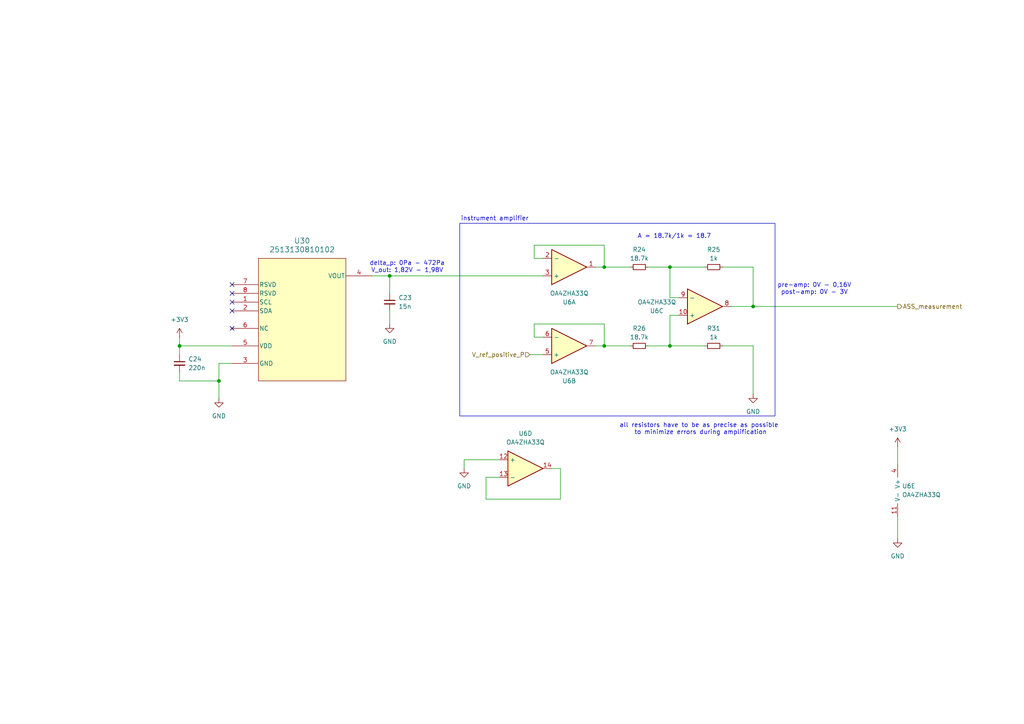
<source format=kicad_sch>
(kicad_sch (version 20231120) (generator "eeschema") (generator_version "8.0")
  (paper "A4")
  (lib_symbols
    (symbol "2513130810201:2513130810201" (pin_names (offset 0.254))
      (property "Reference" "U" (at 20.32 12.7 0))
      (property "Value" "2513130810201" (at 20.32 10.16 0))
      (symbol "2513130810201_0_1"
        (pin unspecified line (at 0 -5.08 0) (length 7.62) (name "SCL") (number "1"))
        (pin unspecified line (at 0 -7.62 0) (length 7.62) (name "SDA") (number "2"))
        (pin power_out line (at 0 -22.86 0) (length 7.62) (name "GND") (number "3"))
        (pin output line (at 40.64 2.54 180) (length 7.62) (name "VOUT") (number "4"))
        (pin power_in line (at 0 -17.78 0) (length 7.62) (name "VDD") (number "5"))
        (pin no_connect line (at 0 -12.7 0) (length 7.62) (name "NC") (number "6"))
        (pin unspecified line (at 0 0 0) (length 7.62) (name "RSVD") (number "7"))
        (pin unspecified line (at 0 -2.54 0) (length 7.62) (name "RSVD") (number "8"))
      )
      (symbol "2513130810201_1_1"
        (rectangle (start 7.62 7.62) (end 33.02 -27.94) (fill (type background)))
      )
    )
    (symbol "Device:C_Small" (pin_numbers hide) (pin_names (offset 0.254) hide)
      (property "Reference" "C" (at 0.254 1.778 0))
      (property "Value" "C_Small" (at 0.254 -2.032 0))
      (symbol "C_Small_0_1"
        (polyline (pts (xy -1.524 -0.508) (xy 1.524 -0.508)) (stroke (width 0.3302)))
        (polyline (pts (xy -1.524 0.508) (xy 1.524 0.508)) (stroke (width 0.3048)))
      )
      (symbol "C_Small_1_1"
        (pin passive line (at 0 2.54 270) (length 2.032) (name "~") (number "1"))
        (pin passive line (at 0 -2.54 90) (length 2.032) (name "~") (number "2"))
      )
    )
    (symbol "Device:Opamp_Quad"
      (property "Reference" "U" (at 0 5.08 0))
      (property "Value" "Opamp_Quad" (at 0 -5.08 0))
      (symbol "Opamp_Quad_1_1"
        (polyline (pts (xy -5.08 5.08) (xy 5.08 0) (xy -5.08 -5.08) (xy -5.08 5.08)) (stroke (width 0.254)) (fill (type background)))
        (pin output line (at 7.62 0 180) (length 2.54) (name "~") (number "1"))
        (pin input line (at -7.62 -2.54 0) (length 2.54) (name "-") (number "2"))
        (pin input line (at -7.62 2.54 0) (length 2.54) (name "+") (number "3"))
      )
      (symbol "Opamp_Quad_2_1"
        (polyline (pts (xy -5.08 5.08) (xy 5.08 0) (xy -5.08 -5.08) (xy -5.08 5.08)) (stroke (width 0.254)) (fill (type background)))
        (pin input line (at -7.62 2.54 0) (length 2.54) (name "+") (number "5"))
        (pin input line (at -7.62 -2.54 0) (length 2.54) (name "-") (number "6"))
        (pin output line (at 7.62 0 180) (length 2.54) (name "~") (number "7"))
      )
      (symbol "Opamp_Quad_3_1"
        (polyline (pts (xy -5.08 5.08) (xy 5.08 0) (xy -5.08 -5.08) (xy -5.08 5.08)) (stroke (width 0.254)) (fill (type background)))
        (pin input line (at -7.62 2.54 0) (length 2.54) (name "+") (number "10"))
        (pin output line (at 7.62 0 180) (length 2.54) (name "~") (number "8"))
        (pin input line (at -7.62 -2.54 0) (length 2.54) (name "-") (number "9"))
      )
      (symbol "Opamp_Quad_4_1"
        (polyline (pts (xy -5.08 5.08) (xy 5.08 0) (xy -5.08 -5.08) (xy -5.08 5.08)) (stroke (width 0.254)) (fill (type background)))
        (pin input line (at -7.62 2.54 0) (length 2.54) (name "+") (number "12"))
        (pin input line (at -7.62 -2.54 0) (length 2.54) (name "-") (number "13"))
        (pin output line (at 7.62 0 180) (length 2.54) (name "~") (number "14"))
      )
      (symbol "Opamp_Quad_5_1"
        (pin power_in line (at -2.54 -7.62 90) (length 3.81) (name "V-") (number "11"))
        (pin power_in line (at -2.54 7.62 270) (length 3.81) (name "V+") (number "4"))
      )
    )
    (symbol "Device:R_Small" (pin_numbers hide) (pin_names (offset 0.254) hide)
      (property "Reference" "R" (at 0.762 0.508 0))
      (property "Value" "R_Small" (at 0.762 -1.016 0))
      (symbol "R_Small_0_1"
        (rectangle (start -0.762 1.778) (end 0.762 -1.778) (stroke (width 0.2032)))
      )
      (symbol "R_Small_1_1"
        (pin passive line (at 0 2.54 270) (length 0.762) (name "~") (number "1"))
        (pin passive line (at 0 -2.54 90) (length 0.762) (name "~") (number "2"))
      )
    )
    (symbol "power:+3V3" (power) (pin_numbers hide) (pin_names (offset 0) hide)
      (property "Value" "+3V3" (at 0 3.556 0))
      (symbol "+3V3_0_1"
        (polyline (pts (xy -0.762 1.27) (xy 0 2.54)))
        (polyline (pts (xy 0 0) (xy 0 2.54)))
        (polyline (pts (xy 0 2.54) (xy 0.762 1.27)))
      )
      (symbol "+3V3_1_1"
        (pin power_in line (at 0 0 90) (length 0) (name "~") (number "1"))
      )
    )
    (symbol "power:GND" (power) (pin_numbers hide) (pin_names (offset 0) hide)
      (property "Value" "GND" (at 0 -3.81 0))
      (symbol "GND_0_1"
        (polyline (pts (xy 0 0) (xy 0 -1.27) (xy 1.27 -1.27) (xy 0 -2.54) (xy -1.27 -1.27) (xy 0 -1.27)))
      )
      (symbol "GND_1_1"
        (pin power_in line (at 0 0 270) (length 0) (name "~") (number "1"))
      )
    )
  )
  (junction (at 175.26 100.33))
  (junction (at 194.31 77.47))
  (junction (at 194.31 100.33))
  (junction (at 175.26 77.47))
  (junction (at 52.07 100.33))
  (junction (at 63.5 110.49))
  (junction (at 113.03 80.01))
  (junction (at 218.44 88.9))
  (no_connect (at 67.31 95.25))
  (no_connect (at 67.31 85.09))
  (no_connect (at 67.31 82.55))
  (no_connect (at 67.31 90.17))
  (no_connect (at 67.31 87.63))
  (wire (pts (xy 194.31 100.33) (xy 204.47 100.33)))
  (wire (pts (xy 162.56 144.78) (xy 162.56 135.89)))
  (wire (pts (xy 52.07 97.79) (xy 52.07 100.33)))
  (wire (pts (xy 175.26 77.47) (xy 182.88 77.47)))
  (wire (pts (xy 113.03 80.01) (xy 113.03 85.09)))
  (wire (pts (xy 154.94 93.98) (xy 175.26 93.98)))
  (wire (pts (xy 134.62 133.35) (xy 144.78 133.35)))
  (wire (pts (xy 187.96 100.33) (xy 194.31 100.33)))
  (wire (pts (xy 140.97 138.43) (xy 140.97 144.78)))
  (wire (pts (xy 196.85 86.36) (xy 194.31 86.36)))
  (wire (pts (xy 154.94 74.93) (xy 154.94 71.12)))
  (wire (pts (xy 172.72 77.47) (xy 175.26 77.47)))
  (wire (pts (xy 260.35 129.54) (xy 260.35 134.62)))
  (wire (pts (xy 63.5 115.57) (xy 63.5 110.49)))
  (wire (pts (xy 194.31 91.44) (xy 194.31 100.33)))
  (wire (pts (xy 144.78 138.43) (xy 140.97 138.43)))
  (wire (pts (xy 196.85 91.44) (xy 194.31 91.44)))
  (wire (pts (xy 107.95 80.01) (xy 113.03 80.01)))
  (wire (pts (xy 63.5 105.41) (xy 67.31 105.41)))
  (wire (pts (xy 157.48 97.79) (xy 154.94 97.79)))
  (wire (pts (xy 260.35 149.86) (xy 260.35 156.21)))
  (wire (pts (xy 218.44 88.9) (xy 260.35 88.9)))
  (wire (pts (xy 209.55 77.47) (xy 218.44 77.47)))
  (wire (pts (xy 134.62 135.89) (xy 134.62 133.35)))
  (wire (pts (xy 187.96 77.47) (xy 194.31 77.47)))
  (wire (pts (xy 172.72 100.33) (xy 175.26 100.33)))
  (wire (pts (xy 52.07 107.95) (xy 52.07 110.49)))
  (wire (pts (xy 162.56 135.89) (xy 160.02 135.89)))
  (wire (pts (xy 113.03 90.17) (xy 113.03 93.98)))
  (wire (pts (xy 140.97 144.78) (xy 162.56 144.78)))
  (wire (pts (xy 218.44 100.33) (xy 218.44 114.3)))
  (wire (pts (xy 113.03 80.01) (xy 157.48 80.01)))
  (wire (pts (xy 175.26 100.33) (xy 182.88 100.33)))
  (wire (pts (xy 63.5 110.49) (xy 63.5 105.41)))
  (wire (pts (xy 175.26 71.12) (xy 175.26 77.47)))
  (wire (pts (xy 52.07 100.33) (xy 67.31 100.33)))
  (wire (pts (xy 52.07 100.33) (xy 52.07 102.87)))
  (wire (pts (xy 154.94 97.79) (xy 154.94 93.98)))
  (wire (pts (xy 157.48 74.93) (xy 154.94 74.93)))
  (wire (pts (xy 175.26 93.98) (xy 175.26 100.33)))
  (wire (pts (xy 153.67 102.87) (xy 157.48 102.87)))
  (wire (pts (xy 194.31 86.36) (xy 194.31 77.47)))
  (wire (pts (xy 154.94 71.12) (xy 175.26 71.12)))
  (wire (pts (xy 52.07 110.49) (xy 63.5 110.49)))
  (wire (pts (xy 194.31 77.47) (xy 204.47 77.47)))
  (wire (pts (xy 212.09 88.9) (xy 218.44 88.9)))
  (wire (pts (xy 209.55 100.33) (xy 218.44 100.33)))
  (wire (pts (xy 218.44 77.47) (xy 218.44 88.9)))
  (rectangle (start 13.97 -67.31) (end 182.88 -59.69) (stroke (width 1) (color 255 0 0 1)))
  (rectangle (start 133.35 64.77) (end 224.79 120.65))
  (image (at 101.6 -48.26))
  (text "pre-amp: 0V - 0,16V\npost-amp: 0V - 3V" (at 236.22 83.82 0) (effects (font (size 1.27 1.27))))
  (text "all resistors have to be as precise as possible \nto minimize errors during amplification" (at 203.2 124.46 0) (effects (font (size 1.27 1.27))))
  (text "delta_p: 0Pa - 472Pa\nV_out: 1,82V - 1,98V" (at 118.11 77.47 0) (effects (font (size 1.27 1.27))))
  (text "instrument amplifier" (at 143.51 63.5 0) (effects (font (size 1.27 1.27))))
  (text "A = 18.7k/1k = 18.7" (at 195.58 68.58 0) (effects (font (size 1.27 1.27))))
  (hierarchical_label "ASS_measurement" (shape output) (at 260.35 88.9 0))
  (hierarchical_label "V_ref_positive_P" (shape input) (at 153.67 102.87 180))
  (symbol (lib_id "power:GND") (at 63.5 115.57 0) (unit 1)
    (property "Reference" "#PWR068" (effects (hide yes)))
    (property "Value" "GND" (at 63.5 120.65 0))
    (property "Description" "Power symbol creates a global label with name \"GND\" , ground" (effects (hide yes)))
    (instances (project "SNIFFER" (path "" (reference "#PWR068") (unit 1)) (path "" (reference "#PWR0138") (unit 1)) (path "" (reference "#PWR0145") (unit 1)) (path "" (reference "#PWR0131") (unit 1)) (path "" (reference "#PWR0124") (unit 1))))
  )
  (symbol (lib_id "Device:C_Small") (at 52.07 105.41 0) (unit 1)
    (property "Reference" "C24" (at 54.61 104.1462 0) (effects (justify left)))
    (property "Value" "220n" (at 54.61 106.6862 0) (effects (justify left)))
    (property "Description" "Unpolarized capacitor, small symbol" (effects (hide yes)))
    (instances (project "SNIFFER" (path "" (reference "C24") (unit 1)) (path "" (reference "C46") (unit 1)) (path "" (reference "C48") (unit 1)) (path "" (reference "C44") (unit 1)) (path "" (reference "C42") (unit 1))))
  )
  (symbol (lib_id "Device:Opamp_Quad") (at 204.47 88.9 0) (mirror x) (unit 3)
    (property "Reference" "U6" (at 190.5 90.17 0))
    (property "Value" "OA4ZHA33Q" (at 190.5 87.63 0))
    (property "Description" "Quad operational amplifier" (effects (hide yes)))
    (property "Sim.Library" "${KICAD7_SYMBOL_DIR}/Simulation_SPICE.sp" (effects (hide yes)))
    (property "Sim.Name" "kicad_builtin_opamp_quad" (effects (hide yes)))
    (property "Sim.Device" "SUBCKT" (effects (hide yes)))
    (property "Sim.Pins" "1=out1 2=in1- 3=in1+ 4=vcc 5=in2+ 6=in2- 7=out2 8=out3 9=in3- 10=in3+ 11=vee 12=in4+ 13=in4- 14=out4" (effects (hide yes)))
    (instances (project "SNIFFER" (path "" (reference "U6") (unit 3)) (path "" (reference "U26") (unit 3)) (path "" (reference "U28") (unit 3)) (path "" (reference "U24") (unit 3)) (path "" (reference "U22") (unit 3))))
  )
  (symbol (lib_id "Device:R_Small") (at 207.01 100.33 90) (unit 1)
    (property "Reference" "R31" (at 207.01 95.25 90))
    (property "Value" "1k" (at 207.01 97.79 90))
    (property "Description" "Resistor, small symbol" (effects (hide yes)))
    (instances (project "SNIFFER" (path "" (reference "R31") (unit 1)) (path "" (reference "R80") (unit 1)) (path "" (reference "R84") (unit 1)) (path "" (reference "R76") (unit 1)) (path "" (reference "R72") (unit 1))))
  )
  (symbol (lib_id "2513130810201:2513130810201") (at 67.31 82.55 0) (unit 1)
    (property "Reference" "U30" (at 87.63 69.85 0) (effects (font (size 1.524 1.524))))
    (property "Value" "2513130810102" (at 87.63 72.39 0) (effects (font (size 1.524 1.524))))
    (property "Footprint" "SMT_0810201_WRE" (effects (hide yes)))
    (property "Datasheet" "https://www.we-online.com/components/products/datasheet/2513130810102.pdf" (effects (hide yes)))
    (instances (project "SNIFFER" (path "" (reference "U30") (unit 1)) (path "" (reference "U27") (unit 1)) (path "" (reference "U29") (unit 1)) (path "" (reference "U25") (unit 1)) (path "" (reference "U23") (unit 1))))
  )
  (symbol (lib_id "Device:Opamp_Quad") (at 165.1 77.47 0) (mirror x) (unit 1)
    (property "Reference" "U6" (at 165.1 87.63 0))
    (property "Value" "OA4ZHA33Q" (at 165.1 85.09 0))
    (property "Description" "Quad operational amplifier" (effects (hide yes)))
    (property "Sim.Library" "${KICAD7_SYMBOL_DIR}/Simulation_SPICE.sp" (effects (hide yes)))
    (property "Sim.Name" "kicad_builtin_opamp_quad" (effects (hide yes)))
    (property "Sim.Device" "SUBCKT" (effects (hide yes)))
    (property "Sim.Pins" "1=out1 2=in1- 3=in1+ 4=vcc 5=in2+ 6=in2- 7=out2 8=out3 9=in3- 10=in3+ 11=vee 12=in4+ 13=in4- 14=out4" (effects (hide yes)))
    (instances (project "SNIFFER" (path "" (reference "U6") (unit 1)) (path "" (reference "U26") (unit 1)) (path "" (reference "U28") (unit 1)) (path "" (reference "U24") (unit 1)) (path "" (reference "U22") (unit 1))))
  )
  (symbol (lib_id "Device:Opamp_Quad") (at 165.1 100.33 0) (mirror x) (unit 2)
    (property "Reference" "U6" (at 165.1 110.49 0))
    (property "Value" "OA4ZHA33Q" (at 165.1 107.95 0))
    (property "Description" "Quad operational amplifier" (effects (hide yes)))
    (property "Sim.Library" "${KICAD7_SYMBOL_DIR}/Simulation_SPICE.sp" (effects (hide yes)))
    (property "Sim.Name" "kicad_builtin_opamp_quad" (effects (hide yes)))
    (property "Sim.Device" "SUBCKT" (effects (hide yes)))
    (property "Sim.Pins" "1=out1 2=in1- 3=in1+ 4=vcc 5=in2+ 6=in2- 7=out2 8=out3 9=in3- 10=in3+ 11=vee 12=in4+ 13=in4- 14=out4" (effects (hide yes)))
    (instances (project "SNIFFER" (path "" (reference "U6") (unit 2)) (path "" (reference "U26") (unit 2)) (path "" (reference "U28") (unit 2)) (path "" (reference "U24") (unit 2)) (path "" (reference "U22") (unit 2))))
  )
  (symbol (lib_id "power:+3V3") (at 52.07 97.79 0) (unit 1)
    (property "Reference" "#PWR062" (effects (hide yes)))
    (property "Value" "+3V3" (at 52.07 92.71 0))
    (property "Description" "Power symbol creates a global label with name \"+3V3\"" (effects (hide yes)))
    (instances (project "SNIFFER" (path "" (reference "#PWR062") (unit 1)) (path "" (reference "#PWR0136") (unit 1)) (path "" (reference "#PWR0143") (unit 1)) (path "" (reference "#PWR0129") (unit 1)) (path "" (reference "#PWR0122") (unit 1))))
  )
  (symbol (lib_id "power:GND") (at 113.03 93.98 0) (unit 1)
    (property "Reference" "#PWR060" (effects (hide yes)))
    (property "Value" "GND" (at 113.03 99.06 0))
    (property "Description" "Power symbol creates a global label with name \"GND\" , ground" (effects (hide yes)))
    (instances (project "SNIFFER" (path "" (reference "#PWR060") (unit 1)) (path "" (reference "#PWR0135") (unit 1)) (path "" (reference "#PWR0142") (unit 1)) (path "" (reference "#PWR0128") (unit 1)) (path "" (reference "#PWR0121") (unit 1))))
  )
  (symbol (lib_id "power:GND") (at 260.35 156.21 0) (unit 1)
    (property "Reference" "#PWR0175" (effects (hide yes)))
    (property "Value" "GND" (at 260.35 161.29 0))
    (property "Description" "Power symbol creates a global label with name \"GND\" , ground" (effects (hide yes)))
    (instances (project "SNIFFER" (path "" (reference "#PWR0175") (unit 1)) (path "" (reference "#PWR0141") (unit 1)) (path "" (reference "#PWR0148") (unit 1)) (path "" (reference "#PWR0134") (unit 1)) (path "" (reference "#PWR0127") (unit 1))))
  )
  (symbol (lib_id "power:GND") (at 134.62 135.89 0) (unit 1)
    (property "Reference" "#PWR0173" (effects (hide yes)))
    (property "Value" "GND" (at 134.62 140.97 0))
    (property "Description" "Power symbol creates a global label with name \"GND\" , ground" (effects (hide yes)))
    (instances (project "SNIFFER" (path "" (reference "#PWR0173") (unit 1)) (path "" (reference "#PWR0140") (unit 1)) (path "" (reference "#PWR0147") (unit 1)) (path "" (reference "#PWR0133") (unit 1)) (path "" (reference "#PWR0126") (unit 1))))
  )
  (symbol (lib_id "power:+3V3") (at 260.35 129.54 0) (unit 1)
    (property "Reference" "#PWR092" (effects (hide yes)))
    (property "Value" "+3V3" (at 260.35 124.46 0))
    (property "Description" "Power symbol creates a global label with name \"+3V3\"" (effects (hide yes)))
    (instances (project "SNIFFER" (path "" (reference "#PWR092") (unit 1)) (path "" (reference "#PWR0139") (unit 1)) (path "" (reference "#PWR0146") (unit 1)) (path "" (reference "#PWR0132") (unit 1)) (path "" (reference "#PWR0125") (unit 1))))
  )
  (symbol (lib_id "Device:R_Small") (at 207.01 77.47 90) (unit 1)
    (property "Reference" "R25" (at 207.01 72.39 90))
    (property "Value" "1k" (at 207.01 74.93 90))
    (property "Description" "Resistor, small symbol" (effects (hide yes)))
    (instances (project "SNIFFER" (path "" (reference "R25") (unit 1)) (path "" (reference "R78") (unit 1)) (path "" (reference "R82") (unit 1)) (path "" (reference "R74") (unit 1)) (path "" (reference "R70") (unit 1))))
  )
  (symbol (lib_id "Device:C_Small") (at 113.03 87.63 0) (unit 1)
    (property "Reference" "C23" (at 115.57 86.3662 0) (effects (justify left)))
    (property "Value" "15n" (at 115.57 88.9062 0) (effects (justify left)))
    (property "Description" "Unpolarized capacitor, small symbol" (effects (hide yes)))
    (instances (project "SNIFFER" (path "" (reference "C23") (unit 1)) (path "" (reference "C45") (unit 1)) (path "" (reference "C47") (unit 1)) (path "" (reference "C43") (unit 1)) (path "" (reference "C41") (unit 1))))
  )
  (symbol (lib_id "Device:Opamp_Quad") (at 262.89 142.24 0) (unit 5)
    (property "Reference" "U6" (at 261.62 140.9699 0) (effects (justify left)))
    (property "Value" "OA4ZHA33Q" (at 261.62 143.5099 0) (effects (justify left)))
    (property "Description" "Quad operational amplifier" (effects (hide yes)))
    (property "Sim.Library" "${KICAD7_SYMBOL_DIR}/Simulation_SPICE.sp" (effects (hide yes)))
    (property "Sim.Name" "kicad_builtin_opamp_quad" (effects (hide yes)))
    (property "Sim.Device" "SUBCKT" (effects (hide yes)))
    (property "Sim.Pins" "1=out1 2=in1- 3=in1+ 4=vcc 5=in2+ 6=in2- 7=out2 8=out3 9=in3- 10=in3+ 11=vee 12=in4+ 13=in4- 14=out4" (effects (hide yes)))
    (instances (project "SNIFFER" (path "" (reference "U6") (unit 5)) (path "" (reference "U26") (unit 5)) (path "" (reference "U28") (unit 5)) (path "" (reference "U24") (unit 5)) (path "" (reference "U22") (unit 5))))
  )
  (symbol (lib_id "power:GND") (at 218.44 114.3 0) (unit 1)
    (property "Reference" "#PWR063" (effects (hide yes)))
    (property "Value" "GND" (at 218.44 119.38 0))
    (property "Description" "Power symbol creates a global label with name \"GND\" , ground" (effects (hide yes)))
    (instances (project "SNIFFER" (path "" (reference "#PWR063") (unit 1)) (path "" (reference "#PWR0137") (unit 1)) (path "" (reference "#PWR0144") (unit 1)) (path "" (reference "#PWR0130") (unit 1)) (path "" (reference "#PWR0123") (unit 1))))
  )
  (symbol (lib_id "Device:R_Small") (at 185.42 100.33 90) (unit 1)
    (property "Reference" "R26" (at 185.42 95.25 90))
    (property "Value" "18.7k" (at 185.42 97.79 90))
    (property "Description" "Resistor, small symbol" (effects (hide yes)))
    (instances (project "SNIFFER" (path "" (reference "R26") (unit 1)) (path "" (reference "R79") (unit 1)) (path "" (reference "R83") (unit 1)) (path "" (reference "R75") (unit 1)) (path "" (reference "R71") (unit 1))))
  )
  (symbol (lib_id "Device:Opamp_Quad") (at 152.4 135.89 0) (unit 4)
    (property "Reference" "U6" (at 152.4 125.73 0))
    (property "Value" "OA4ZHA33Q" (at 152.4 128.27 0))
    (property "Description" "Quad operational amplifier" (effects (hide yes)))
    (property "Sim.Library" "${KICAD7_SYMBOL_DIR}/Simulation_SPICE.sp" (effects (hide yes)))
    (property "Sim.Name" "kicad_builtin_opamp_quad" (effects (hide yes)))
    (property "Sim.Device" "SUBCKT" (effects (hide yes)))
    (property "Sim.Pins" "1=out1 2=in1- 3=in1+ 4=vcc 5=in2+ 6=in2- 7=out2 8=out3 9=in3- 10=in3+ 11=vee 12=in4+ 13=in4- 14=out4" (effects (hide yes)))
    (instances (project "SNIFFER" (path "" (reference "U6") (unit 4)) (path "" (reference "U26") (unit 4)) (path "" (reference "U28") (unit 4)) (path "" (reference "U24") (unit 4)) (path "" (reference "U22") (unit 4))))
  )
  (symbol (lib_id "Device:R_Small") (at 185.42 77.47 90) (unit 1)
    (property "Reference" "R24" (at 185.42 72.39 90))
    (property "Value" "18.7k" (at 185.42 74.93 90))
    (property "Description" "Resistor, small symbol" (effects (hide yes)))
    (instances (project "SNIFFER" (path "" (reference "R24") (unit 1)) (path "" (reference "R77") (unit 1)) (path "" (reference "R81") (unit 1)) (path "" (reference "R73") (unit 1)) (path "" (reference "R69") (unit 1))))
  )
)
</source>
